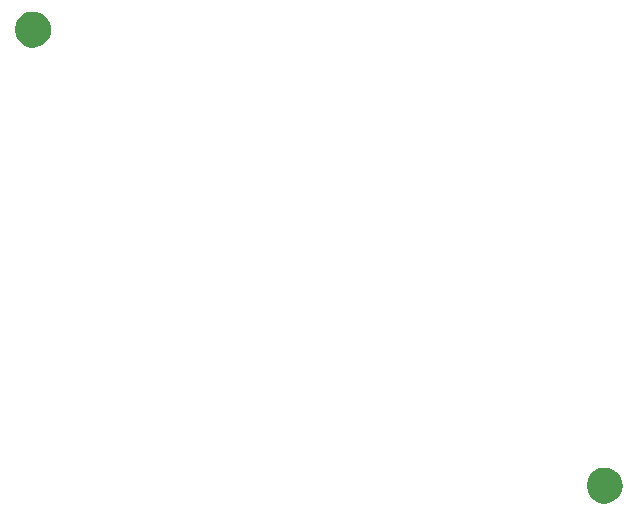
<source format=gko>
G04*
G04 #@! TF.GenerationSoftware,Altium Limited,Altium Designer,21.1.1 (26)*
G04*
G04 Layer_Color=16711935*
%FSLAX25Y25*%
%MOIN*%
G70*
G04*
G04 #@! TF.SameCoordinates,BF935737-4819-41B5-9F27-83029170D06B*
G04*
G04*
G04 #@! TF.FilePolarity,Positive*
G04*
G01*
G75*
%ADD47C,0.06000*%
D47*
X114500Y342000D02*
X114337Y342974D01*
X113867Y343843D01*
X113141Y344512D01*
X112236Y344908D01*
X111252Y344990D01*
X110295Y344747D01*
X109468Y344207D01*
X108862Y343428D01*
X108541Y342494D01*
Y341506D01*
X108862Y340572D01*
X109468Y339793D01*
X110295Y339253D01*
X111252Y339010D01*
X112236Y339092D01*
X113141Y339489D01*
X113867Y340157D01*
X114337Y341026D01*
X114500Y342000D01*
X305000Y190000D02*
X304837Y190974D01*
X304367Y191843D01*
X303641Y192511D01*
X302736Y192908D01*
X301752Y192990D01*
X300795Y192747D01*
X299968Y192207D01*
X299362Y191428D01*
X299041Y190494D01*
Y189506D01*
X299362Y188572D01*
X299968Y187793D01*
X300795Y187253D01*
X301752Y187010D01*
X302736Y187092D01*
X303641Y187488D01*
X304367Y188157D01*
X304837Y189026D01*
X305000Y190000D01*
M02*

</source>
